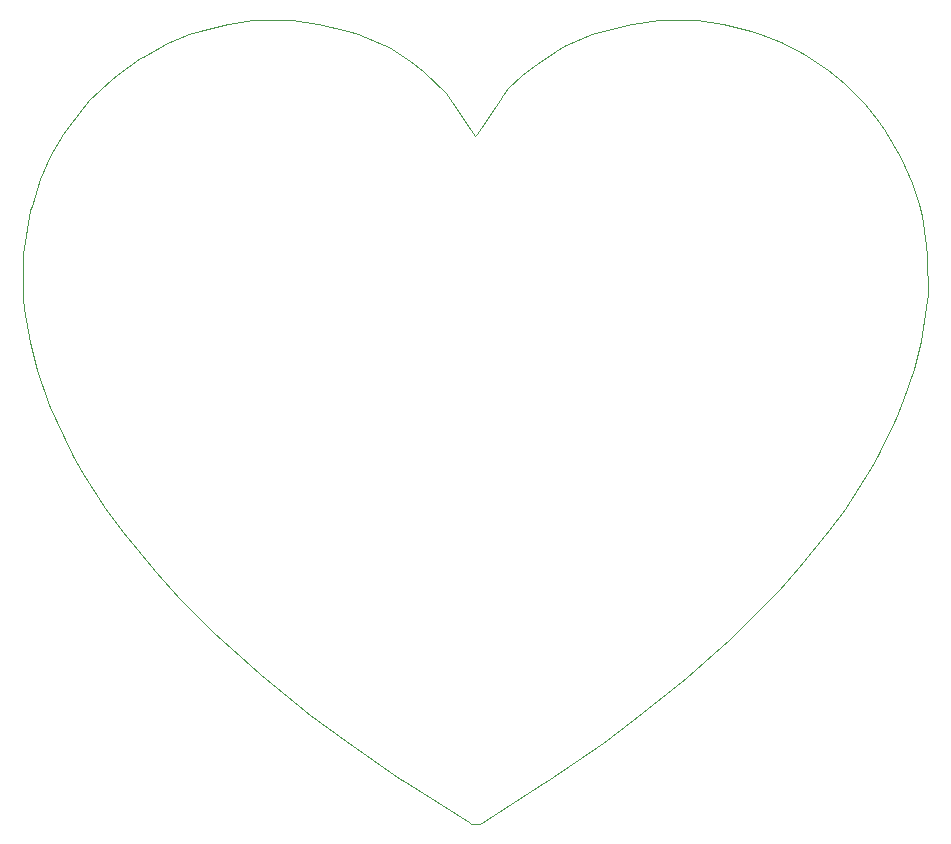
<source format=gbr>
%TF.GenerationSoftware,Altium Limited,Altium Designer,24.10.1 (45)*%
G04 Layer_Color=0*
%FSLAX45Y45*%
%MOMM*%
%TF.SameCoordinates,5161A517-D4F4-47BB-AA9F-3B40E8EE5112*%
%TF.FilePolarity,Positive*%
%TF.FileFunction,Profile,NP*%
%TF.Part,Single*%
G01*
G75*
%TA.AperFunction,Profile*%
%ADD87C,0.02540*%
D87*
X455260Y3147755D02*
X306334Y3454144D01*
X306314Y3454188D01*
X252263Y3581594D01*
X252246Y3581637D01*
X147552Y3880731D01*
X147534Y3880792D01*
X89622Y4112440D01*
X89611Y4112491D01*
X42296Y4391943D01*
X42292Y4391971D01*
X28289Y4497740D01*
X28283Y4497832D01*
Y4864608D01*
X28294Y4864728D01*
X89915Y5230745D01*
X89936Y5230837D01*
X102121Y5271039D01*
X171163Y5493153D01*
X171192Y5493230D01*
X261921Y5693992D01*
X261953Y5694054D01*
X368511Y5876670D01*
X368548Y5876726D01*
X416711Y5944531D01*
X416737Y5944566D01*
X588231Y6168028D01*
X588324Y6168130D01*
X779465Y6344205D01*
X779519Y6344252D01*
X821873Y6378135D01*
X821920Y6378171D01*
X1021238Y6517877D01*
X1043528Y6532736D01*
X1043574Y6532765D01*
X1224512Y6633443D01*
X1224546Y6633461D01*
X1236112Y6639243D01*
X1236159Y6639265D01*
X1438851Y6725168D01*
X1438903Y6725188D01*
X1525658Y6753633D01*
X1525712Y6753648D01*
X1766812Y6811054D01*
X1766865Y6811064D01*
X1978557Y6843933D01*
X1978660Y6843941D01*
X2306828D01*
X2306937Y6843932D01*
X2528261Y6811066D01*
X2528328Y6811054D01*
X2780784Y6750809D01*
X2780834Y6750795D01*
X2865861Y6725196D01*
X2865945Y6725167D01*
X3087941Y6629612D01*
X3087984Y6629591D01*
X3126575Y6610296D01*
X3126644Y6610258D01*
X3309260Y6494047D01*
X3309302Y6494018D01*
X3418949Y6411783D01*
X3419020Y6411722D01*
X3610311Y6226028D01*
X3610409Y6225912D01*
X3860799Y5859958D01*
X3872212Y5876710D01*
X4065248Y6166264D01*
X4065272Y6166297D01*
X4094284Y6204664D01*
X4140174Y6264557D01*
X4140232Y6264624D01*
X4256056Y6380448D01*
X4256122Y6380506D01*
X4321948Y6431082D01*
X4354386Y6455410D01*
X4354417Y6455432D01*
X4564058Y6594807D01*
X4564093Y6594829D01*
X4623935Y6629576D01*
X4624023Y6629618D01*
X4844072Y6721305D01*
X4844129Y6721327D01*
X4942466Y6753633D01*
X4942524Y6753649D01*
X5182320Y6809229D01*
X5182372Y6809239D01*
X5414673Y6843934D01*
X5414772Y6843941D01*
X5733288D01*
X5733397Y6843932D01*
X5954721Y6811066D01*
X5954795Y6811052D01*
X6197713Y6750297D01*
X6197762Y6750282D01*
X6273048Y6725187D01*
X6273091Y6725171D01*
X6448758Y6652781D01*
X6448821Y6652750D01*
X6639917Y6552377D01*
X6639993Y6552332D01*
X6841899Y6416827D01*
X6841938Y6416800D01*
X6978803Y6312944D01*
X6978872Y6312884D01*
X7162260Y6129496D01*
X7162319Y6129428D01*
X7251406Y6015100D01*
X7251431Y6015067D01*
X7318995Y5918547D01*
X7319021Y5918506D01*
X7463504Y5676686D01*
X7463548Y5676600D01*
X7556200Y5462342D01*
X7556228Y5462266D01*
X7612659Y5288661D01*
X7612676Y5288600D01*
X7639094Y5184041D01*
X7639110Y5183965D01*
X7679303Y4941550D01*
X7679311Y4941483D01*
X7688013Y4845767D01*
X7688016Y4845711D01*
X7693317Y4526799D01*
X7693312Y4526707D01*
X7679267Y4411249D01*
X7679262Y4411213D01*
X7631991Y4122155D01*
X7631977Y4122086D01*
X7571226Y3888735D01*
X7571212Y3888688D01*
X7482868Y3627971D01*
X7482852Y3627929D01*
X7421084Y3475438D01*
X7421060Y3475385D01*
X7266336Y3157400D01*
X7266317Y3157362D01*
X7218057Y3070494D01*
X7218037Y3070461D01*
X6986300Y2703938D01*
X6986270Y2703894D01*
X6855782Y2526692D01*
X6855759Y2526662D01*
X6600094Y2212014D01*
X6600068Y2211984D01*
X6428747Y2016834D01*
X6428708Y2016792D01*
X6004020Y1592104D01*
X6003985Y1592071D01*
X5880676Y1483506D01*
X5644824Y1275947D01*
X5644798Y1275924D01*
X5194935Y914099D01*
X5194914Y914082D01*
X4940487Y725675D01*
X4940461Y725657D01*
X4470749Y402607D01*
X4448460Y387747D01*
X3899770Y38040D01*
X3899408Y37935D01*
X3822192D01*
X3821796Y38064D01*
X3811224Y45753D01*
X3803485Y49627D01*
X3253857Y397385D01*
X3253836Y397399D01*
X3224880Y416703D01*
X2761834Y735309D01*
X2761805Y735330D01*
X2459119Y962345D01*
X2459093Y962365D01*
X2038196Y1304879D01*
X2038170Y1304901D01*
X1787421Y1526919D01*
X1640389Y1659644D01*
X1640364Y1659668D01*
X1360456Y1939576D01*
X1360430Y1939603D01*
X1155346Y2169159D01*
X1155330Y2169178D01*
X875497Y2507354D01*
X875471Y2507387D01*
X725672Y2713554D01*
X725651Y2713585D01*
X528364Y3019746D01*
X528341Y3019785D01*
X455260Y3147755D01*
%TF.MD5,18505add471d096fea9fcef395ce2bd0*%
M02*

</source>
